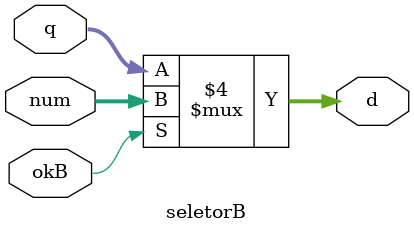
<source format=sv>
module seletorB(input logic okB, input[7:0] q, input[7:0]num, output [7:0]d);

always@(*)
	
	if(okB == 1) begin
		d = num;
	end
	else begin
		d = q;
	end

endmodule

</source>
